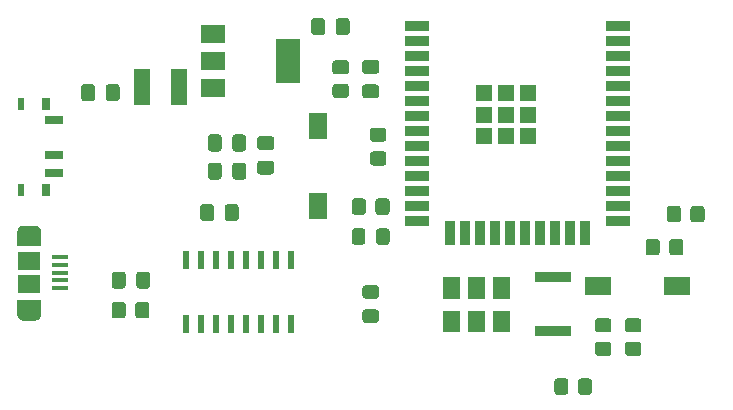
<source format=gtp>
G04 #@! TF.GenerationSoftware,KiCad,Pcbnew,(5.1.9)-1*
G04 #@! TF.CreationDate,2021-04-11T12:01:03+02:00*
G04 #@! TF.ProjectId,mainboard,6d61696e-626f-4617-9264-2e6b69636164,rev?*
G04 #@! TF.SameCoordinates,Original*
G04 #@! TF.FileFunction,Paste,Top*
G04 #@! TF.FilePolarity,Positive*
%FSLAX46Y46*%
G04 Gerber Fmt 4.6, Leading zero omitted, Abs format (unit mm)*
G04 Created by KiCad (PCBNEW (5.1.9)-1) date 2021-04-11 12:01:03*
%MOMM*%
%LPD*%
G01*
G04 APERTURE LIST*
%ADD10C,0.000100*%
%ADD11C,0.010000*%
%ADD12R,1.330000X1.330000*%
%ADD13R,2.000000X0.900000*%
%ADD14R,0.900000X2.000000*%
%ADD15R,1.340000X3.020000*%
%ADD16R,0.797560X0.998220*%
%ADD17R,0.599440X0.998220*%
%ADD18R,1.498600X0.698500*%
%ADD19R,1.350000X0.400000*%
%ADD20R,1.900000X1.500000*%
%ADD21R,3.020000X0.970000*%
%ADD22R,0.600000X1.600000*%
%ADD23R,2.300000X1.500000*%
%ADD24R,1.500000X2.300000*%
%ADD25R,2.000000X1.500000*%
%ADD26R,2.000000X3.800000*%
G04 APERTURE END LIST*
D10*
G36*
X73594000Y-108783000D02*
G01*
X73594000Y-107583000D01*
X71694000Y-107583000D01*
X71694000Y-108783000D01*
X71694651Y-108807860D01*
X71696602Y-108832651D01*
X71699848Y-108857306D01*
X71704380Y-108881758D01*
X71710185Y-108905939D01*
X71717248Y-108929783D01*
X71725549Y-108953225D01*
X71735066Y-108976200D01*
X71745772Y-108998645D01*
X71757638Y-109020500D01*
X71770631Y-109041704D01*
X71784717Y-109062198D01*
X71799856Y-109081927D01*
X71816006Y-109100837D01*
X71833124Y-109118876D01*
X71851163Y-109135994D01*
X71870073Y-109152144D01*
X71889802Y-109167283D01*
X71910296Y-109181369D01*
X71931500Y-109194362D01*
X71953355Y-109206228D01*
X71975800Y-109216934D01*
X71998775Y-109226451D01*
X72022217Y-109234752D01*
X72046061Y-109241815D01*
X72070242Y-109247620D01*
X72094694Y-109252152D01*
X72119349Y-109255398D01*
X72144140Y-109257349D01*
X72169000Y-109258000D01*
X73119000Y-109258000D01*
X73143860Y-109257349D01*
X73168651Y-109255398D01*
X73193306Y-109252152D01*
X73217758Y-109247620D01*
X73241939Y-109241815D01*
X73265783Y-109234752D01*
X73289225Y-109226451D01*
X73312200Y-109216934D01*
X73334645Y-109206228D01*
X73356500Y-109194362D01*
X73377704Y-109181369D01*
X73398198Y-109167283D01*
X73417927Y-109152144D01*
X73436837Y-109135994D01*
X73454876Y-109118876D01*
X73471994Y-109100837D01*
X73488144Y-109081927D01*
X73503283Y-109062198D01*
X73517369Y-109041704D01*
X73530362Y-109020500D01*
X73542228Y-108998645D01*
X73552934Y-108976200D01*
X73562451Y-108953225D01*
X73570752Y-108929783D01*
X73577815Y-108905939D01*
X73583620Y-108881758D01*
X73588152Y-108857306D01*
X73591398Y-108832651D01*
X73593349Y-108807860D01*
X73594000Y-108783000D01*
G37*
X73594000Y-108783000D02*
X73594000Y-107583000D01*
X71694000Y-107583000D01*
X71694000Y-108783000D01*
X71694651Y-108807860D01*
X71696602Y-108832651D01*
X71699848Y-108857306D01*
X71704380Y-108881758D01*
X71710185Y-108905939D01*
X71717248Y-108929783D01*
X71725549Y-108953225D01*
X71735066Y-108976200D01*
X71745772Y-108998645D01*
X71757638Y-109020500D01*
X71770631Y-109041704D01*
X71784717Y-109062198D01*
X71799856Y-109081927D01*
X71816006Y-109100837D01*
X71833124Y-109118876D01*
X71851163Y-109135994D01*
X71870073Y-109152144D01*
X71889802Y-109167283D01*
X71910296Y-109181369D01*
X71931500Y-109194362D01*
X71953355Y-109206228D01*
X71975800Y-109216934D01*
X71998775Y-109226451D01*
X72022217Y-109234752D01*
X72046061Y-109241815D01*
X72070242Y-109247620D01*
X72094694Y-109252152D01*
X72119349Y-109255398D01*
X72144140Y-109257349D01*
X72169000Y-109258000D01*
X73119000Y-109258000D01*
X73143860Y-109257349D01*
X73168651Y-109255398D01*
X73193306Y-109252152D01*
X73217758Y-109247620D01*
X73241939Y-109241815D01*
X73265783Y-109234752D01*
X73289225Y-109226451D01*
X73312200Y-109216934D01*
X73334645Y-109206228D01*
X73356500Y-109194362D01*
X73377704Y-109181369D01*
X73398198Y-109167283D01*
X73417927Y-109152144D01*
X73436837Y-109135994D01*
X73454876Y-109118876D01*
X73471994Y-109100837D01*
X73488144Y-109081927D01*
X73503283Y-109062198D01*
X73517369Y-109041704D01*
X73530362Y-109020500D01*
X73542228Y-108998645D01*
X73552934Y-108976200D01*
X73562451Y-108953225D01*
X73570752Y-108929783D01*
X73577815Y-108905939D01*
X73583620Y-108881758D01*
X73588152Y-108857306D01*
X73591398Y-108832651D01*
X73593349Y-108807860D01*
X73594000Y-108783000D01*
G36*
X73594000Y-101783000D02*
G01*
X73594000Y-102983000D01*
X71694000Y-102983000D01*
X71694000Y-101783000D01*
X71694651Y-101758140D01*
X71696602Y-101733349D01*
X71699848Y-101708694D01*
X71704380Y-101684242D01*
X71710185Y-101660061D01*
X71717248Y-101636217D01*
X71725549Y-101612775D01*
X71735066Y-101589800D01*
X71745772Y-101567355D01*
X71757638Y-101545500D01*
X71770631Y-101524296D01*
X71784717Y-101503802D01*
X71799856Y-101484073D01*
X71816006Y-101465163D01*
X71833124Y-101447124D01*
X71851163Y-101430006D01*
X71870073Y-101413856D01*
X71889802Y-101398717D01*
X71910296Y-101384631D01*
X71931500Y-101371638D01*
X71953355Y-101359772D01*
X71975800Y-101349066D01*
X71998775Y-101339549D01*
X72022217Y-101331248D01*
X72046061Y-101324185D01*
X72070242Y-101318380D01*
X72094694Y-101313848D01*
X72119349Y-101310602D01*
X72144140Y-101308651D01*
X72169000Y-101308000D01*
X73119000Y-101308000D01*
X73143860Y-101308651D01*
X73168651Y-101310602D01*
X73193306Y-101313848D01*
X73217758Y-101318380D01*
X73241939Y-101324185D01*
X73265783Y-101331248D01*
X73289225Y-101339549D01*
X73312200Y-101349066D01*
X73334645Y-101359772D01*
X73356500Y-101371638D01*
X73377704Y-101384631D01*
X73398198Y-101398717D01*
X73417927Y-101413856D01*
X73436837Y-101430006D01*
X73454876Y-101447124D01*
X73471994Y-101465163D01*
X73488144Y-101484073D01*
X73503283Y-101503802D01*
X73517369Y-101524296D01*
X73530362Y-101545500D01*
X73542228Y-101567355D01*
X73552934Y-101589800D01*
X73562451Y-101612775D01*
X73570752Y-101636217D01*
X73577815Y-101660061D01*
X73583620Y-101684242D01*
X73588152Y-101708694D01*
X73591398Y-101733349D01*
X73593349Y-101758140D01*
X73594000Y-101783000D01*
G37*
X73594000Y-101783000D02*
X73594000Y-102983000D01*
X71694000Y-102983000D01*
X71694000Y-101783000D01*
X71694651Y-101758140D01*
X71696602Y-101733349D01*
X71699848Y-101708694D01*
X71704380Y-101684242D01*
X71710185Y-101660061D01*
X71717248Y-101636217D01*
X71725549Y-101612775D01*
X71735066Y-101589800D01*
X71745772Y-101567355D01*
X71757638Y-101545500D01*
X71770631Y-101524296D01*
X71784717Y-101503802D01*
X71799856Y-101484073D01*
X71816006Y-101465163D01*
X71833124Y-101447124D01*
X71851163Y-101430006D01*
X71870073Y-101413856D01*
X71889802Y-101398717D01*
X71910296Y-101384631D01*
X71931500Y-101371638D01*
X71953355Y-101359772D01*
X71975800Y-101349066D01*
X71998775Y-101339549D01*
X72022217Y-101331248D01*
X72046061Y-101324185D01*
X72070242Y-101318380D01*
X72094694Y-101313848D01*
X72119349Y-101310602D01*
X72144140Y-101308651D01*
X72169000Y-101308000D01*
X73119000Y-101308000D01*
X73143860Y-101308651D01*
X73168651Y-101310602D01*
X73193306Y-101313848D01*
X73217758Y-101318380D01*
X73241939Y-101324185D01*
X73265783Y-101331248D01*
X73289225Y-101339549D01*
X73312200Y-101349066D01*
X73334645Y-101359772D01*
X73356500Y-101371638D01*
X73377704Y-101384631D01*
X73398198Y-101398717D01*
X73417927Y-101413856D01*
X73436837Y-101430006D01*
X73454876Y-101447124D01*
X73471994Y-101465163D01*
X73488144Y-101484073D01*
X73503283Y-101503802D01*
X73517369Y-101524296D01*
X73530362Y-101545500D01*
X73542228Y-101567355D01*
X73552934Y-101589800D01*
X73562451Y-101612775D01*
X73570752Y-101636217D01*
X73577815Y-101660061D01*
X73583620Y-101684242D01*
X73588152Y-101708694D01*
X73591398Y-101733349D01*
X73593349Y-101758140D01*
X73594000Y-101783000D01*
D11*
G36*
X111920000Y-107400000D02*
G01*
X111920000Y-105680000D01*
X113280000Y-105680000D01*
X113280000Y-107400000D01*
X111920000Y-107400000D01*
G37*
X111920000Y-107400000D02*
X111920000Y-105680000D01*
X113280000Y-105680000D01*
X113280000Y-107400000D01*
X111920000Y-107400000D01*
G36*
X109810000Y-107400000D02*
G01*
X109810000Y-105680000D01*
X111170000Y-105680000D01*
X111170000Y-107400000D01*
X109810000Y-107400000D01*
G37*
X109810000Y-107400000D02*
X109810000Y-105680000D01*
X111170000Y-105680000D01*
X111170000Y-107400000D01*
X109810000Y-107400000D01*
G36*
X107700000Y-107400000D02*
G01*
X107700000Y-105680000D01*
X109060000Y-105680000D01*
X109060000Y-107400000D01*
X107700000Y-107400000D01*
G37*
X107700000Y-107400000D02*
X107700000Y-105680000D01*
X109060000Y-105680000D01*
X109060000Y-107400000D01*
X107700000Y-107400000D01*
G36*
X111920000Y-110220000D02*
G01*
X111920000Y-108500000D01*
X113280000Y-108500000D01*
X113280000Y-110220000D01*
X111920000Y-110220000D01*
G37*
X111920000Y-110220000D02*
X111920000Y-108500000D01*
X113280000Y-108500000D01*
X113280000Y-110220000D01*
X111920000Y-110220000D01*
G36*
X109810000Y-110220000D02*
G01*
X109810000Y-108500000D01*
X111170000Y-108500000D01*
X111170000Y-110220000D01*
X109810000Y-110220000D01*
G37*
X109810000Y-110220000D02*
X109810000Y-108500000D01*
X111170000Y-108500000D01*
X111170000Y-110220000D01*
X109810000Y-110220000D01*
G36*
X107700000Y-110220000D02*
G01*
X107700000Y-108500000D01*
X109060000Y-108500000D01*
X109060000Y-110220000D01*
X107700000Y-110220000D01*
G37*
X107700000Y-110220000D02*
X107700000Y-108500000D01*
X109060000Y-108500000D01*
X109060000Y-110220000D01*
X107700000Y-110220000D01*
D12*
X114881000Y-93737000D03*
X113046000Y-93737000D03*
X111211000Y-93737000D03*
X114881000Y-91902000D03*
X113046000Y-91902000D03*
X111211000Y-91902000D03*
X114881000Y-90067000D03*
X113046000Y-90067000D03*
X111211000Y-90067000D03*
D13*
X122546000Y-84402000D03*
X122546000Y-85672000D03*
X122546000Y-86942000D03*
X122546000Y-88212000D03*
X122546000Y-89482000D03*
X122546000Y-90752000D03*
X122546000Y-92022000D03*
X122546000Y-93292000D03*
X122546000Y-94562000D03*
X122546000Y-95832000D03*
X122546000Y-97102000D03*
X122546000Y-98372000D03*
X122546000Y-99642000D03*
X122546000Y-100912000D03*
D14*
X119761000Y-101912000D03*
X118491000Y-101912000D03*
X117221000Y-101912000D03*
X115951000Y-101912000D03*
X114681000Y-101912000D03*
X113411000Y-101912000D03*
X112141000Y-101912000D03*
X110871000Y-101912000D03*
X109601000Y-101912000D03*
X108331000Y-101912000D03*
D13*
X105546000Y-100912000D03*
X105546000Y-99642000D03*
X105546000Y-98372000D03*
X105546000Y-97102000D03*
X105546000Y-95832000D03*
X105546000Y-94562000D03*
X105546000Y-93292000D03*
X105546000Y-92022000D03*
X105546000Y-90752000D03*
X105546000Y-89482000D03*
X105546000Y-88212000D03*
X105546000Y-86942000D03*
X105546000Y-85672000D03*
X105546000Y-84402000D03*
G36*
G01*
X102050001Y-107500000D02*
X101149999Y-107500000D01*
G75*
G02*
X100900000Y-107250001I0J249999D01*
G01*
X100900000Y-106599999D01*
G75*
G02*
X101149999Y-106350000I249999J0D01*
G01*
X102050001Y-106350000D01*
G75*
G02*
X102300000Y-106599999I0J-249999D01*
G01*
X102300000Y-107250001D01*
G75*
G02*
X102050001Y-107500000I-249999J0D01*
G01*
G37*
G36*
G01*
X102050001Y-109550000D02*
X101149999Y-109550000D01*
G75*
G02*
X100900000Y-109300001I0J249999D01*
G01*
X100900000Y-108649999D01*
G75*
G02*
X101149999Y-108400000I249999J0D01*
G01*
X102050001Y-108400000D01*
G75*
G02*
X102300000Y-108649999I0J-249999D01*
G01*
X102300000Y-109300001D01*
G75*
G02*
X102050001Y-109550000I-249999J0D01*
G01*
G37*
G36*
G01*
X118345000Y-114484999D02*
X118345000Y-115385001D01*
G75*
G02*
X118095001Y-115635000I-249999J0D01*
G01*
X117394999Y-115635000D01*
G75*
G02*
X117145000Y-115385001I0J249999D01*
G01*
X117145000Y-114484999D01*
G75*
G02*
X117394999Y-114235000I249999J0D01*
G01*
X118095001Y-114235000D01*
G75*
G02*
X118345000Y-114484999I0J-249999D01*
G01*
G37*
G36*
G01*
X120345000Y-114484999D02*
X120345000Y-115385001D01*
G75*
G02*
X120095001Y-115635000I-249999J0D01*
G01*
X119394999Y-115635000D01*
G75*
G02*
X119145000Y-115385001I0J249999D01*
G01*
X119145000Y-114484999D01*
G75*
G02*
X119394999Y-114235000I249999J0D01*
G01*
X120095001Y-114235000D01*
G75*
G02*
X120345000Y-114484999I0J-249999D01*
G01*
G37*
D15*
X82280000Y-89535000D03*
X85360000Y-89535000D03*
D16*
X74124820Y-90965020D03*
D17*
X72026780Y-90965020D03*
D16*
X74124820Y-98264980D03*
D17*
X72026780Y-98264980D03*
D18*
X74772520Y-92367100D03*
X74772520Y-95364300D03*
X74772520Y-96862900D03*
D19*
X75319000Y-106583000D03*
X75319000Y-105933000D03*
X75319000Y-105283000D03*
X75319000Y-104633000D03*
X75319000Y-103983000D03*
D20*
X72644000Y-106283000D03*
X72644000Y-104283000D03*
G36*
G01*
X101150000Y-101784999D02*
X101150000Y-102685001D01*
G75*
G02*
X100900001Y-102935000I-249999J0D01*
G01*
X100249999Y-102935000D01*
G75*
G02*
X100000000Y-102685001I0J249999D01*
G01*
X100000000Y-101784999D01*
G75*
G02*
X100249999Y-101535000I249999J0D01*
G01*
X100900001Y-101535000D01*
G75*
G02*
X101150000Y-101784999I0J-249999D01*
G01*
G37*
G36*
G01*
X103200000Y-101784999D02*
X103200000Y-102685001D01*
G75*
G02*
X102950001Y-102935000I-249999J0D01*
G01*
X102299999Y-102935000D01*
G75*
G02*
X102050000Y-102685001I0J249999D01*
G01*
X102050000Y-101784999D01*
G75*
G02*
X102299999Y-101535000I249999J0D01*
G01*
X102950001Y-101535000D01*
G75*
G02*
X103200000Y-101784999I0J-249999D01*
G01*
G37*
G36*
G01*
X102000000Y-100145001D02*
X102000000Y-99244999D01*
G75*
G02*
X102249999Y-98995000I249999J0D01*
G01*
X102950001Y-98995000D01*
G75*
G02*
X103200000Y-99244999I0J-249999D01*
G01*
X103200000Y-100145001D01*
G75*
G02*
X102950001Y-100395000I-249999J0D01*
G01*
X102249999Y-100395000D01*
G75*
G02*
X102000000Y-100145001I0J249999D01*
G01*
G37*
G36*
G01*
X100000000Y-100145001D02*
X100000000Y-99244999D01*
G75*
G02*
X100249999Y-98995000I249999J0D01*
G01*
X100950001Y-98995000D01*
G75*
G02*
X101200000Y-99244999I0J-249999D01*
G01*
X101200000Y-100145001D01*
G75*
G02*
X100950001Y-100395000I-249999J0D01*
G01*
X100249999Y-100395000D01*
G75*
G02*
X100000000Y-100145001I0J249999D01*
G01*
G37*
G36*
G01*
X79168500Y-90518000D02*
X79168500Y-89568000D01*
G75*
G02*
X79418500Y-89318000I250000J0D01*
G01*
X80093500Y-89318000D01*
G75*
G02*
X80343500Y-89568000I0J-250000D01*
G01*
X80343500Y-90518000D01*
G75*
G02*
X80093500Y-90768000I-250000J0D01*
G01*
X79418500Y-90768000D01*
G75*
G02*
X79168500Y-90518000I0J250000D01*
G01*
G37*
G36*
G01*
X77093500Y-90518000D02*
X77093500Y-89568000D01*
G75*
G02*
X77343500Y-89318000I250000J0D01*
G01*
X78018500Y-89318000D01*
G75*
G02*
X78268500Y-89568000I0J-250000D01*
G01*
X78268500Y-90518000D01*
G75*
G02*
X78018500Y-90768000I-250000J0D01*
G01*
X77343500Y-90768000D01*
G75*
G02*
X77093500Y-90518000I0J250000D01*
G01*
G37*
G36*
G01*
X102685001Y-94215000D02*
X101784999Y-94215000D01*
G75*
G02*
X101535000Y-93965001I0J249999D01*
G01*
X101535000Y-93264999D01*
G75*
G02*
X101784999Y-93015000I249999J0D01*
G01*
X102685001Y-93015000D01*
G75*
G02*
X102935000Y-93264999I0J-249999D01*
G01*
X102935000Y-93965001D01*
G75*
G02*
X102685001Y-94215000I-249999J0D01*
G01*
G37*
G36*
G01*
X102685001Y-96215000D02*
X101784999Y-96215000D01*
G75*
G02*
X101535000Y-95965001I0J249999D01*
G01*
X101535000Y-95264999D01*
G75*
G02*
X101784999Y-95015000I249999J0D01*
G01*
X102685001Y-95015000D01*
G75*
G02*
X102935000Y-95264999I0J-249999D01*
G01*
X102935000Y-95965001D01*
G75*
G02*
X102685001Y-96215000I-249999J0D01*
G01*
G37*
G36*
G01*
X127870000Y-99879999D02*
X127870000Y-100780001D01*
G75*
G02*
X127620001Y-101030000I-249999J0D01*
G01*
X126919999Y-101030000D01*
G75*
G02*
X126670000Y-100780001I0J249999D01*
G01*
X126670000Y-99879999D01*
G75*
G02*
X126919999Y-99630000I249999J0D01*
G01*
X127620001Y-99630000D01*
G75*
G02*
X127870000Y-99879999I0J-249999D01*
G01*
G37*
G36*
G01*
X129870000Y-99879999D02*
X129870000Y-100780001D01*
G75*
G02*
X129620001Y-101030000I-249999J0D01*
G01*
X128919999Y-101030000D01*
G75*
G02*
X128670000Y-100780001I0J249999D01*
G01*
X128670000Y-99879999D01*
G75*
G02*
X128919999Y-99630000I249999J0D01*
G01*
X129620001Y-99630000D01*
G75*
G02*
X129870000Y-99879999I0J-249999D01*
G01*
G37*
G36*
G01*
X98642500Y-84930000D02*
X98642500Y-83980000D01*
G75*
G02*
X98892500Y-83730000I250000J0D01*
G01*
X99567500Y-83730000D01*
G75*
G02*
X99817500Y-83980000I0J-250000D01*
G01*
X99817500Y-84930000D01*
G75*
G02*
X99567500Y-85180000I-250000J0D01*
G01*
X98892500Y-85180000D01*
G75*
G02*
X98642500Y-84930000I0J250000D01*
G01*
G37*
G36*
G01*
X96567500Y-84930000D02*
X96567500Y-83980000D01*
G75*
G02*
X96817500Y-83730000I250000J0D01*
G01*
X97492500Y-83730000D01*
G75*
G02*
X97742500Y-83980000I0J-250000D01*
G01*
X97742500Y-84930000D01*
G75*
G02*
X97492500Y-85180000I-250000J0D01*
G01*
X96817500Y-85180000D01*
G75*
G02*
X96567500Y-84930000I0J250000D01*
G01*
G37*
G36*
G01*
X121735001Y-110344000D02*
X120834999Y-110344000D01*
G75*
G02*
X120585000Y-110094001I0J249999D01*
G01*
X120585000Y-109393999D01*
G75*
G02*
X120834999Y-109144000I249999J0D01*
G01*
X121735001Y-109144000D01*
G75*
G02*
X121985000Y-109393999I0J-249999D01*
G01*
X121985000Y-110094001D01*
G75*
G02*
X121735001Y-110344000I-249999J0D01*
G01*
G37*
G36*
G01*
X121735001Y-112344000D02*
X120834999Y-112344000D01*
G75*
G02*
X120585000Y-112094001I0J249999D01*
G01*
X120585000Y-111393999D01*
G75*
G02*
X120834999Y-111144000I249999J0D01*
G01*
X121735001Y-111144000D01*
G75*
G02*
X121985000Y-111393999I0J-249999D01*
G01*
X121985000Y-112094001D01*
G75*
G02*
X121735001Y-112344000I-249999J0D01*
G01*
G37*
G36*
G01*
X102075000Y-88450000D02*
X101125000Y-88450000D01*
G75*
G02*
X100875000Y-88200000I0J250000D01*
G01*
X100875000Y-87525000D01*
G75*
G02*
X101125000Y-87275000I250000J0D01*
G01*
X102075000Y-87275000D01*
G75*
G02*
X102325000Y-87525000I0J-250000D01*
G01*
X102325000Y-88200000D01*
G75*
G02*
X102075000Y-88450000I-250000J0D01*
G01*
G37*
G36*
G01*
X102075000Y-90525000D02*
X101125000Y-90525000D01*
G75*
G02*
X100875000Y-90275000I0J250000D01*
G01*
X100875000Y-89600000D01*
G75*
G02*
X101125000Y-89350000I250000J0D01*
G01*
X102075000Y-89350000D01*
G75*
G02*
X102325000Y-89600000I0J-250000D01*
G01*
X102325000Y-90275000D01*
G75*
G02*
X102075000Y-90525000I-250000J0D01*
G01*
G37*
D21*
X117020000Y-105664000D03*
X117020000Y-110236000D03*
G36*
G01*
X126076000Y-102673999D02*
X126076000Y-103574001D01*
G75*
G02*
X125826001Y-103824000I-249999J0D01*
G01*
X125125999Y-103824000D01*
G75*
G02*
X124876000Y-103574001I0J249999D01*
G01*
X124876000Y-102673999D01*
G75*
G02*
X125125999Y-102424000I249999J0D01*
G01*
X125826001Y-102424000D01*
G75*
G02*
X126076000Y-102673999I0J-249999D01*
G01*
G37*
G36*
G01*
X128076000Y-102673999D02*
X128076000Y-103574001D01*
G75*
G02*
X127826001Y-103824000I-249999J0D01*
G01*
X127125999Y-103824000D01*
G75*
G02*
X126876000Y-103574001I0J249999D01*
G01*
X126876000Y-102673999D01*
G75*
G02*
X127125999Y-102424000I249999J0D01*
G01*
X127826001Y-102424000D01*
G75*
G02*
X128076000Y-102673999I0J-249999D01*
G01*
G37*
G36*
G01*
X123374999Y-111144000D02*
X124275001Y-111144000D01*
G75*
G02*
X124525000Y-111393999I0J-249999D01*
G01*
X124525000Y-112094001D01*
G75*
G02*
X124275001Y-112344000I-249999J0D01*
G01*
X123374999Y-112344000D01*
G75*
G02*
X123125000Y-112094001I0J249999D01*
G01*
X123125000Y-111393999D01*
G75*
G02*
X123374999Y-111144000I249999J0D01*
G01*
G37*
G36*
G01*
X123374999Y-109144000D02*
X124275001Y-109144000D01*
G75*
G02*
X124525000Y-109393999I0J-249999D01*
G01*
X124525000Y-110094001D01*
G75*
G02*
X124275001Y-110344000I-249999J0D01*
G01*
X123374999Y-110344000D01*
G75*
G02*
X123125000Y-110094001I0J249999D01*
G01*
X123125000Y-109393999D01*
G75*
G02*
X123374999Y-109144000I249999J0D01*
G01*
G37*
D22*
X94869000Y-109634000D03*
X93599000Y-109634000D03*
X92329000Y-109634000D03*
X91059000Y-109634000D03*
X89789000Y-109634000D03*
X88519000Y-109634000D03*
X87249000Y-109634000D03*
X85979000Y-109634000D03*
X85979000Y-104234000D03*
X87249000Y-104234000D03*
X88519000Y-104234000D03*
X89789000Y-104234000D03*
X91059000Y-104234000D03*
X92329000Y-104234000D03*
X93599000Y-104234000D03*
X94869000Y-104234000D03*
D23*
X127556000Y-106426000D03*
X120856000Y-106426000D03*
D24*
X97155000Y-99600760D03*
X97155000Y-92900760D03*
D25*
X88290000Y-85076000D03*
X88290000Y-89676000D03*
X88290000Y-87376000D03*
D26*
X94590000Y-87376000D03*
G36*
G01*
X80864000Y-108007999D02*
X80864000Y-108908001D01*
G75*
G02*
X80614001Y-109158000I-249999J0D01*
G01*
X79913999Y-109158000D01*
G75*
G02*
X79664000Y-108908001I0J249999D01*
G01*
X79664000Y-108007999D01*
G75*
G02*
X79913999Y-107758000I249999J0D01*
G01*
X80614001Y-107758000D01*
G75*
G02*
X80864000Y-108007999I0J-249999D01*
G01*
G37*
G36*
G01*
X82864000Y-108007999D02*
X82864000Y-108908001D01*
G75*
G02*
X82614001Y-109158000I-249999J0D01*
G01*
X81913999Y-109158000D01*
G75*
G02*
X81664000Y-108908001I0J249999D01*
G01*
X81664000Y-108007999D01*
G75*
G02*
X81913999Y-107758000I249999J0D01*
G01*
X82614001Y-107758000D01*
G75*
G02*
X82864000Y-108007999I0J-249999D01*
G01*
G37*
G36*
G01*
X98609999Y-89300000D02*
X99510001Y-89300000D01*
G75*
G02*
X99760000Y-89549999I0J-249999D01*
G01*
X99760000Y-90250001D01*
G75*
G02*
X99510001Y-90500000I-249999J0D01*
G01*
X98609999Y-90500000D01*
G75*
G02*
X98360000Y-90250001I0J249999D01*
G01*
X98360000Y-89549999D01*
G75*
G02*
X98609999Y-89300000I249999J0D01*
G01*
G37*
G36*
G01*
X98609999Y-87300000D02*
X99510001Y-87300000D01*
G75*
G02*
X99760000Y-87549999I0J-249999D01*
G01*
X99760000Y-88250001D01*
G75*
G02*
X99510001Y-88500000I-249999J0D01*
G01*
X98609999Y-88500000D01*
G75*
G02*
X98360000Y-88250001I0J249999D01*
G01*
X98360000Y-87549999D01*
G75*
G02*
X98609999Y-87300000I249999J0D01*
G01*
G37*
G36*
G01*
X92235000Y-95805500D02*
X93185000Y-95805500D01*
G75*
G02*
X93435000Y-96055500I0J-250000D01*
G01*
X93435000Y-96730500D01*
G75*
G02*
X93185000Y-96980500I-250000J0D01*
G01*
X92235000Y-96980500D01*
G75*
G02*
X91985000Y-96730500I0J250000D01*
G01*
X91985000Y-96055500D01*
G75*
G02*
X92235000Y-95805500I250000J0D01*
G01*
G37*
G36*
G01*
X92235000Y-93730500D02*
X93185000Y-93730500D01*
G75*
G02*
X93435000Y-93980500I0J-250000D01*
G01*
X93435000Y-94655500D01*
G75*
G02*
X93185000Y-94905500I-250000J0D01*
G01*
X92235000Y-94905500D01*
G75*
G02*
X91985000Y-94655500I0J250000D01*
G01*
X91985000Y-93980500D01*
G75*
G02*
X92235000Y-93730500I250000J0D01*
G01*
G37*
G36*
G01*
X88980000Y-93830000D02*
X88980000Y-94780000D01*
G75*
G02*
X88730000Y-95030000I-250000J0D01*
G01*
X88055000Y-95030000D01*
G75*
G02*
X87805000Y-94780000I0J250000D01*
G01*
X87805000Y-93830000D01*
G75*
G02*
X88055000Y-93580000I250000J0D01*
G01*
X88730000Y-93580000D01*
G75*
G02*
X88980000Y-93830000I0J-250000D01*
G01*
G37*
G36*
G01*
X91055000Y-93830000D02*
X91055000Y-94780000D01*
G75*
G02*
X90805000Y-95030000I-250000J0D01*
G01*
X90130000Y-95030000D01*
G75*
G02*
X89880000Y-94780000I0J250000D01*
G01*
X89880000Y-93830000D01*
G75*
G02*
X90130000Y-93580000I250000J0D01*
G01*
X90805000Y-93580000D01*
G75*
G02*
X91055000Y-93830000I0J-250000D01*
G01*
G37*
G36*
G01*
X88987300Y-96222800D02*
X88987300Y-97172800D01*
G75*
G02*
X88737300Y-97422800I-250000J0D01*
G01*
X88062300Y-97422800D01*
G75*
G02*
X87812300Y-97172800I0J250000D01*
G01*
X87812300Y-96222800D01*
G75*
G02*
X88062300Y-95972800I250000J0D01*
G01*
X88737300Y-95972800D01*
G75*
G02*
X88987300Y-96222800I0J-250000D01*
G01*
G37*
G36*
G01*
X91062300Y-96222800D02*
X91062300Y-97172800D01*
G75*
G02*
X90812300Y-97422800I-250000J0D01*
G01*
X90137300Y-97422800D01*
G75*
G02*
X89887300Y-97172800I0J250000D01*
G01*
X89887300Y-96222800D01*
G75*
G02*
X90137300Y-95972800I250000J0D01*
G01*
X90812300Y-95972800D01*
G75*
G02*
X91062300Y-96222800I0J-250000D01*
G01*
G37*
G36*
G01*
X89244500Y-100678000D02*
X89244500Y-99728000D01*
G75*
G02*
X89494500Y-99478000I250000J0D01*
G01*
X90169500Y-99478000D01*
G75*
G02*
X90419500Y-99728000I0J-250000D01*
G01*
X90419500Y-100678000D01*
G75*
G02*
X90169500Y-100928000I-250000J0D01*
G01*
X89494500Y-100928000D01*
G75*
G02*
X89244500Y-100678000I0J250000D01*
G01*
G37*
G36*
G01*
X87169500Y-100678000D02*
X87169500Y-99728000D01*
G75*
G02*
X87419500Y-99478000I250000J0D01*
G01*
X88094500Y-99478000D01*
G75*
G02*
X88344500Y-99728000I0J-250000D01*
G01*
X88344500Y-100678000D01*
G75*
G02*
X88094500Y-100928000I-250000J0D01*
G01*
X87419500Y-100928000D01*
G75*
G02*
X87169500Y-100678000I0J250000D01*
G01*
G37*
G36*
G01*
X81751500Y-106393000D02*
X81751500Y-105443000D01*
G75*
G02*
X82001500Y-105193000I250000J0D01*
G01*
X82676500Y-105193000D01*
G75*
G02*
X82926500Y-105443000I0J-250000D01*
G01*
X82926500Y-106393000D01*
G75*
G02*
X82676500Y-106643000I-250000J0D01*
G01*
X82001500Y-106643000D01*
G75*
G02*
X81751500Y-106393000I0J250000D01*
G01*
G37*
G36*
G01*
X79676500Y-106393000D02*
X79676500Y-105443000D01*
G75*
G02*
X79926500Y-105193000I250000J0D01*
G01*
X80601500Y-105193000D01*
G75*
G02*
X80851500Y-105443000I0J-250000D01*
G01*
X80851500Y-106393000D01*
G75*
G02*
X80601500Y-106643000I-250000J0D01*
G01*
X79926500Y-106643000D01*
G75*
G02*
X79676500Y-106393000I0J250000D01*
G01*
G37*
M02*

</source>
